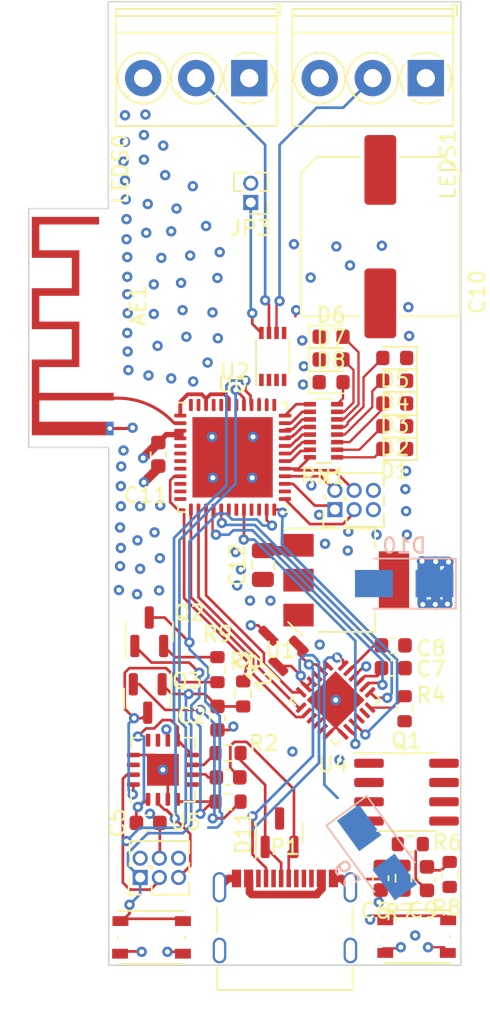
<source format=kicad_pcb>
(kicad_pcb (version 20210126) (generator pcbnew)
  (layers (0 "F.Cu" signal) (1 "In1.Cu" power) (2 "In2.Cu" power) (31 "B.Cu" signal) (34 "B.Paste" user) (35 "F.Paste" user) (36 "B.SilkS" user "B.Silkscreen") (37 "F.SilkS" user "F.Silkscreen") (38 "B.Mask" user) (39 "F.Mask" user) (44 "Edge.Cuts" user))
  (net 0 "")
  (net 1 "VBUS")
  (net 2 "Net-(D11-Pad1)")
  (net 3 "Net-(Q2-Pad1)")
  (net 6 "Net-(U0-Pad1)")
  (net 9 "Net-(Q3-Pad3)")
  (net 10 "ESP_IO0")
  (net 11 "Net-(Q2-Pad2)")
  (net 12 "/LED_STRIP2")
  (net 13 "/LED_STRIP1")
  (net 15 "Net-(AE1-Pad1)")
  (net 17 "Net-(J2-Pad3)")
  (net 19 "Net-(J2-Pad1)")
  (net 20 "Net-(LEDS0-Pad2)")
  (net 21 "ESP_EN")
  (net 33 "Net-(Q3-Pad2)")
  (net 34 "Net-(LEDS1-Pad2)")
  (net 35 "+3V3")
  (net 36 "Net-(D11-Pad2)")
  (net 37 "GND")
  (net 38 "Net-(D12-Pad1)")
  (net 39 "Net-(R1-Pad2)")
  (net 40 "PWR_PD0K2")
  (net 41 "ALERT")
  (net 42 "EPS_IO0")
  (net 44 "Net-(D12-Pad2)")
  (net 45 "STUSB_GPIO")
  (net 46 "PWR_PDOK3")
  (net 48 "Net-(R5-Pad2)")
  (net 49 "SDA")
  (net 50 "SCL")
  (net 51 "STUSB_RESET")
  (net 52 "Net-(R8-Pad2)")
  (net 54 "Net-(R7-Pad1)")
  (net 55 "Net-(R4-Pad1)")
  (net 56 "TXD")
  (net 60 "Net-(C5-Pad1)")
  (net 61 "Net-(R2-Pad1)")
  (net 62 "Net-(R3-Pad1)")
  (net 64 "Net-(C7-Pad2)")
  (net 65 "RXD")
  (net 66 "Net-(C8-Pad2)")
  (net 68 "Net-(J2-Pad2)")
  (net 71 "Net-(C9-Pad2)")
  (net 72 "Net-(D1-Pad2)")
  (net 73 "Net-(D2-Pad2)")
  (net 74 "Net-(D3-Pad2)")
  (net 75 "Net-(D4-Pad2)")
  (net 76 "Net-(D5-Pad2)")
  (net 77 "Net-(D6-Pad2)")
  (net 78 "Net-(D7-Pad2)")
  (net 79 "VDC")
  (net 80 "Net-(D8-Pad2)")
  (net 81 "Net-(JP3-Pad1)")
  (net 82 "/stat_led6")
  (net 83 "/stat_led4")
  (net 84 "/stat_led5")
  (net 85 "/stat_led3")
  (net 86 "/stat_led2")
  (net 87 "/stat_led1")
  (net 88 "/stat_led7")
  (net 89 "/stat_led0")
  (footprint "Connector_PinHeader_1.27mm:PinHeader_2x03_P1.27mm_Vertical" (layer "F.Cu") (at 114.999999 120.399988 90)
    (fp_text reference "J1" hide)
    (fp_text value "Conn_02x03_Odd_Even" hide)
  )
  (footprint "Connector_PinHeader_1.27mm:PinHeader_2x03_P1.27mm_Vertical" (layer "F.Cu") (at 127.850011 96.149998 90)
    (fp_text reference "J2" hide)
    (fp_text value "Conn_02x03_Odd_Even" hide)
  )
  (footprint "LED_SMD:LED_0603_1608Metric" (layer "F.Cu") (at 131.8 89.15 180)
    (fp_text reference "D3")
    (fp_text value "LED")
  )
  (footprint "LED_SMD:LED_0603_1608Metric" (layer "F.Cu") (at 131.8 87.65 180)
    (fp_text reference "D4")
    (fp_text value "LED")
  )
  (footprint "LED_SMD:LED_0603_1608Metric" (layer "F.Cu") (at 131.8 86.15 180)
    (fp_text reference "D5")
    (fp_text value "LED")
  )
  (footprint "TerminalBlock_Phoenix:TerminalBlock_Phoenix_PT-1,5-3-3.5-H_1x03_P3.50mm_Horizontal" (layer "F.Cu") (at 133.85 67.7 180)
    (fp_text reference "LEDS1")
    (fp_text value "Screw_Terminal_01x03" hide)
  )
  (footprint "LED_SMD:LED_0603_1608Metric" (layer "F.Cu") (at 127.6 86.25)
    (fp_text reference "D7")
    (fp_text value "LED")
  )
  (footprint "Resistor_SMD:R_0603_1608Metric" (layer "F.Cu") (at 132.375 120.45 90)
    (fp_text reference "R7")
    (fp_text value "22k" hide)
  )
  (footprint "Capacitor_SMD:C_0603_1608Metric" (layer "F.Cu") (at 120.800012 113.800001)
    (fp_text reference "R3" hide)
    (fp_text value "27" hide)
  )
  (footprint "Connector_USB:USB_C_Receptacle_Palconn_UTC16-G" (layer "F.Cu") (at 124.555 122.975)
    (fp_text reference "P1")
    (fp_text value "USB_C_Plug")
  )
  (footprint "Resistor_SMD:R_0603_1608Metric" (layer "F.Cu") (at 120.1 106.7 -90)
    (fp_text reference "R9")
    (fp_text value "27" hide)
  )
  (footprint "TerminalBlock_Phoenix:TerminalBlock_Phoenix_PT-1,5-3-3.5-H_1x03_P3.50mm_Horizontal" (layer "F.Cu") (at 122.2 67.7 180)
    (fp_text reference "LEDS0")
    (fp_text value "Screw_Terminal_01x0" hide)
  )
  (footprint "Button_Switch_SMD:SW_Push_1P1T_NO_Vertical_Wuerth_434133025816" (layer "F.Cu") (at 133.25 124.3)
    (fp_text reference "SW2" hide)
    (fp_text value "io0")
  )
  (footprint "Package_TO_SOT_SMD:SOT-23" (layer "F.Cu") (at 124.125004 105.125002 135)
    (fp_text reference "D12")
    (fp_text value "ESD5302F")
  )
  (footprint "Resistor_SMD:R_0603_1608Metric" (layer "F.Cu") (at 120.8 112.2)
    (fp_text reference "R2")
    (fp_text value "27" hide)
  )
  (footprint "RF_Antenna:Texas_SWRA117D_2.4GHz_Right" (layer "F.Cu") (at 113 88.7 90)
    (fp_text reference "AE1")
    (fp_text value "Antenna_Chip")
  )
  (footprint "Connector_PinHeader_1.27mm:PinHeader_1x02_P1.27mm_Vertical" (layer "F.Cu") (at 122.3 75.9 180)
    (fp_text reference "JP3")
    (fp_text value "SolderJumper_2_Open")
  )
  (footprint "Capacitor_SMD:C_0603_1608Metric" (layer "F.Cu") (at 130.875 120.45 -90)
    (fp_text reference "C6")
    (fp_text value "1uf" hide)
  )
  (footprint "Button_Switch_SMD:SW_Push_1P1T_NO_Vertical_Wuerth_434133025816" (layer "F.Cu") (at 115.75 124.35 180)
    (fp_text reference "SW1" hide)
    (fp_text value "en")
  )
  (footprint "Capacitor_SMD:C_0603_1608Metric" (layer "F.Cu") (at 131.7 105.1 180)
    (fp_text reference "C8")
    (fp_text value "1uf" hide)
  )
  (footprint "Package_TO_SOT_SMD:SOT-223" (layer "F.Cu") (at 128.6 100.8)
    (fp_text reference "U1")
    (fp_text value "LM1117-3.3")
  )
  (footprint "LED_SMD:LED_0603_1608Metric" (layer "F.Cu") (at 131.8 92.15 180)
    (fp_text reference "D1")
    (fp_text value "LED")
  )
  (footprint "Resistor_SMD:R_0603_1608Metric" (layer "F.Cu") (at 135.425 120.2 -90)
    (fp_text reference "R8")
    (fp_text value "1k" hide)
  )
  (footprint "Resistor_SMD:R_0603_1608Metric" (layer "F.Cu") (at 121.8 108.3 90)
    (fp_text reference "R1")
    (fp_text value "R")
  )
  (footprint "LED_SMD:LED_0603_1608Metric" (layer "F.Cu") (at 127.6 87.75)
    (fp_text reference "D8")
    (fp_text value "LED")
  )
  (footprint "Capacitor_SMD:C_0603_1608Metric" (layer "F.Cu") (at 120.1 109.9 90)
    (fp_text reference "C2")
    (fp_text value "C")
  )
  (footprint "Package_TO_SOT_SMD:SOT-23" (layer "F.Cu") (at 115.6 104.2 90)
    (fp_text reference "Q2")
    (fp_text value "S8050" hide)
  )
  (footprint "precise:VSSOP-8_2.25x1.75mm_P0.5mm" (layer "F.Cu") (at 123.75 86.05 90)
    (fp_text reference "U2")
    (fp_text value "74AXP2T3407")
  )
  (footprint "Capacitor_SMD:C_0603_1608Metric" (layer "F.Cu") (at 116.2 92.5 -90)
    (fp_text reference "C11")
    (fp_text value ".1uf" hide)
  )
  (footprint "Package_SO:SOIC-8_3.9x4.9mm_P1.27mm" (layer "F.Cu") (at 132.575 114.775)
    (fp_text reference "Q1")
    (fp_text value "IRF8736")
  )
  (footprint "Package_TO_SOT_SMD:SOT-23" (layer "F.Cu") (at 124.2 117.45 90)
    (fp_text reference "D11")
    (fp_text value "ESD5302F")
  )
  (footprint "LED_SMD:LED_0603_1608Metric" (layer "F.Cu") (at 131.8 90.65 180)
    (fp_text reference "D2")
    (fp_text value "LED")
  )
  (footprint "Capacitor_SMD:C_Elec_10x10.2" (layer "F.Cu") (at 130.85 78.15 -90)
    (fp_text reference "C10")
    (fp_text value "C" hide)
  )
  (footprint "Package_DFN_QFN:QFN-48-1EP_7x7mm_P0.5mm_EP5.3x5.3mm" (layer "F.Cu") (at 121.100012 92.699992)
    (fp_text reference "U0")
    (fp_text value "ESP32-PICO-D4" hide)
  )
  (footprint "Package_DFN_QFN:QFN-16-1EP_4x4mm_P0.65mm_EP2.1x2.1mm" (layer "F.Cu") (at 116.5 113.3 90)
    (fp_text reference "U5")
    (fp_text value "FT230XQ" hide)
  )
  (footprint "Resistor_SMD:R_0603_1608Metric" (layer "F.Cu") (at 132.825 118.2 180)
    (fp_text reference "R6")
    (fp_text value "100" hide)
  )
  (footprint "Capacitor_SMD:C_0603_1608Metric" (layer "F.Cu") (at 131.7 106.6 180)
    (fp_text reference "C7")
    (fp_text value "1uf" hide)
  )
  (footprint "Capacitor_SMD:C_0603_1608Metric" (layer "F.Cu") (at 133.925 120.475 -90)
    (fp_text reference "C9")
    (fp_text value ".1uf" hide)
  )
  (footprint "Package_DFN_QFN:QFN-24-1EP_4x4mm_P0.5mm_EP2.7x2.7mm" (layer "F.Cu") (at 127.9 108.7 -45)
    (fp_text reference "U4")
    (fp_text value "STUSB4500QTR" hide)
  )
  (footprint "Capacitor_SMD:C_0603_1608Metric" (layer "F.Cu") (at 115.525 116.8)
    (fp_text reference "C5")
    (fp_text value "100nf" hide)
  )
  (footprint "Resistor_SMD:R_0603_1608Metric" (layer "F.Cu") (at 132.45 109.275 -90)
    (fp_text reference "R4")
    (fp_text value "1k" hide)
  )
  (footprint "Capacitor_SMD:C_0805_2012Metric" (layer "F.Cu") (at 123.1 99.8 90)
    (fp_text reference "C12")
    (fp_text value "10uf" hide)
  )
  (footprint "Resistor_SMD:R_Array_Convex_8x0602" (layer "F.Cu") (at 127.1 90.95 180)
    (fp_text reference "RN1")
    (fp_text value "R_Pack08")
  )
  (footprint "LED_SMD:LED_0603_1608Metric" (layer "F.Cu") (at 127.6 84.75)
    (fp_text reference "D6")
    (fp_text value "LED")
  )
  (footprint "Resistor_SMD:R_0603_1608Metric" (layer "F.Cu") (at 120.800012 115.399998 180)
    (fp_text reference "R10" hide)
    (fp_text value "27" hide)
  )
  (footprint "Package_TO_SOT_SMD:SOT-23" (layer "F.Cu") (at 115.5 108.6 -90)
    (fp_text reference "Q3")
    (fp_text value "S8050" hide)
  )
  (footprint "Diode_SMD:D_SMA" (layer "B.Cu") (at 132.425 101.025 180)
    (fp_text reference "D10")
    (fp_text value "SMAJ22A ")
  )
  (footprint "Diode_SMD:D_SMA" (layer "B.Cu") (at 130.625 118.75 -54)
    (fp_text reference "D9")
    (fp_text value "SMAJ22A ")
  )
  (gr_line (start 112.900003 76.3) (end 107.650001 76.3) (layer "Edge.Cuts") (width 0.09906))
  (gr_line (start 112.93 92.050006) (end 112.93 126.184) (layer "Edge.Cuts") (width 0.09906))
  (gr_line (start 136.162 126.184) (end 112.93 126.184) (layer "Edge.Cuts") (width 0.1))
  (gr_line (start 107.600013 92.050006) (end 112.900003 92.050006) (layer "Edge.Cuts") (width 0.09906))
  (gr_line (start 112.900003 62.659997) (end 112.900003 76.3) (layer "Edge.Cuts") (width 0.09906))
  (gr_line (start 136.162 62.66) (end 136.162 126.184) (layer "Edge.Cuts") (width 0.1))
  (gr_line (start 112.93 62.66) (end 136.162 62.66) (layer "Edge.Cuts") (width 0.1))
  (gr_line (start 107.650001 76.3) (end 107.650001 92.050006) (layer "Edge.Cuts") (width 0.09906))
  (segment (start 134.875 119.925) (end 135.425 119.375) (width 0.1778) (layer "F.Cu") (net 1))
  (segment (start 133.725 119.925) (end 134.875 119.925) (width 0.1778) (layer "F.Cu") (net 1))
  (via (at 133.6 99.55) (size 0.6858) (drill 0.3302) (layers "F.Cu" "B.Cu") (net 1))
  (via (at 135.275 102.375) (size 0.6858) (drill 0.3302) (layers "F.Cu" "B.Cu") (net 1))
  (via (at 134.5 99.575) (size 0.6858) (drill 0.3302) (layers "F.Cu" "B.Cu") (net 1))
  (via (at 133.65 102.4) (size 0.6858) (drill 0.3302) (layers "F.Cu" "B.Cu") (net 1))
  (via (at 135.35 99.6) (size 0.6858) (drill 0.3302) (layers "F.Cu" "B.Cu") (net 1))
  (via (at 134.475 102.4) (size 0.6858) (drill 0.3302) (layers "F.Cu" "B.Cu") (net 1))
  (segment (start 135.3 99.55) (end 135.35 99.6) (width 0.6096) (layer "B.Cu") (net 1))
  (segment (start 134.5 102.375) (end 134.475 102.4) (width 0.6096) (layer "B.Cu") (net 1))
  (segment (start 135.275 102.375) (end 133.675 102.375) (width 0.6096) (layer "B.Cu") (net 1))
  (segment (start 135.35 100.1) (end 134.425 101.025) (width 0.6096) (layer "B.Cu") (net 1))
  (segment (start 135.275 101.225) (end 133.6 99.55) (width 0.6096) (layer "B.Cu") (net 1))
  (segment (start 133.6 99.55) (end 135.3 99.55) (width 0.6096) (layer "B.Cu") (net 1))
  (segment (start 134.425 101.025) (end 134.425 100.375) (width 0.1778) (layer "B.Cu") (net 1))
  (segment (start 135.35 99.6) (end 135.35 100.1) (width 0.6096) (layer "B.Cu") (net 1))
  (segment (start 135.275 102.375) (end 135.275 101.225) (width 0.6096) (layer "B.Cu") (net 1))
  (segment (start 133.675 102.375) (end 133.65 102.4) (width 0.6096) (layer "B.Cu") (net 1))
  (segment (start 135.325 99.575) (end 135.35 99.6) (width 0.6096) (layer "B.Cu") (net 1))
  (segment (start 134.5 99.575) (end 135.325 99.575) (width 0.6096) (layer "B.Cu") (net 1))
  (segment (start 134.5 99.575) (end 134.5 102.375) (width 0.6096) (layer "B.Cu") (net 1))
  (segment (start 133.6 102.35) (end 133.65 102.4) (width 0.6096) (layer "B.Cu") (net 1))
  (segment (start 133.6 99.55) (end 133.6 102.35) (width 0.6096) (layer "B.Cu") (net 1))
  (segment (start 121.625 112.2) (end 121.625 112.675) (width 0.1778) (layer "F.Cu") (net 2))
  (segment (start 121.625 112.675) (end 123.25 114.3) (width 0.1778) (layer "F.Cu") (net 2))
  (segment (start 123.25 114.3) (end 123.25 118.3875) (width 0.1778) (layer "F.Cu") (net 2))
  (segment (start 124.305 119.4425) (end 124.305 120.465) (width 0.1778) (layer "F.Cu") (net 2))
  (segment (start 123.25 118.3875) (end 124.305 119.4425) (width 0.1778) (layer "F.Cu") (net 2))
  (segment (start 117.475 115.25) (end 117.625 115.4) (width 0.1778) (layer "F.Cu") (net 3))
  (segment (start 115.743111 106.230611) (end 118.230611 106.230611) (width 0.1778) (layer "F.Cu") (net 3))
  (segment (start 114.65 105.1375) (end 115.743111 106.230611) (width 0.1778) (layer "F.Cu") (net 3))
  (segment (start 117.625 115.4) (end 119.975 115.4) (width 0.1778) (layer "F.Cu") (net 3))
  (segment (start 118.230611 106.230611) (end 118.9 106.9) (width 0.1778) (layer "F.Cu") (net 3))
  (segment (start 119.774822 115.4) (end 118.974822 116.2) (width 0.1778) (layer "F.Cu") (net 3))
  (via (at 118.974822 116.2) (size 0.6858) (drill 0.3302) (layers "F.Cu" "B.Cu") (net 3))
  (via (at 118.9 106.9) (size 0.6858) (drill 0.3302) (layers "F.Cu" "B.Cu") (net 3))
  (segment (start 118.9 108.53567) (end 118.37828 109.05739) (width 0.1778) (layer "B.Cu") (net 3))
  (segment (start 118.37828 109.05739) (end 118.37828 109.87498) (width 0.1778) (layer "B.Cu") (net 3))
  (segment (start 118.9 106.9) (end 118.9 108.53567) (width 0.1778) (layer "B.Cu") (net 3))
  (segment (start 118.37828 109.87498) (end 118.974822 110.471522) (width 0.1778) (layer "B.Cu") (net 3))
  (segment (start 118.974822 110.471522) (end 118.974822 116.2) (width 0.1778) (layer "B.Cu") (net 3))
  (segment (start 117.65 89.95) (end 117.65 89.030532) (width 0.254) (layer "F.Cu") (net 6))
  (segment (start 117.65 89.030532) (end 118.135352 88.54518) (width 0.254) (layer "F.Cu") (net 6))
  (segment (start 120.85 88.830532) (end 120.85 89.25) (width 0.254) (layer "F.Cu") (net 6))
  (segment (start 118.135352 88.54518) (end 119.064648 88.54518) (width 0.254) (layer "F.Cu") (net 6))
  (segment (start 120.564648 88.54518) (end 120.85 88.830532) (width 0.254) (layer "F.Cu") (net 6))
  (segment (start 119.635352 88.54518) (end 120.564648 88.54518) (width 0.254) (layer "F.Cu") (net 6))
  (segment (start 119.35 88.830532) (end 119.35 89.25) (width 0.254) (layer "F.Cu") (net 6))
  (segment (start 119.064648 88.54518) (end 119.35 88.830532) (width 0.254) (layer "F.Cu") (net 6))
  (segment (start 119.35 88.830532) (end 119.635352 88.54518) (width 0.254) (layer "F.Cu") (net 6))
  (segment (start 114.6 109.9) (end 115.1375 109.9) (width 0.1778) (layer "F.Cu") (net 9))
  (segment (start 114.285668 106.6) (end 113.98328 106.902388) (width 0.1778) (layer "F.Cu") (net 9))
  (segment (start 113.98328 106.902388) (end 113.98328 109.28328) (width 0.1778) (layer "F.Cu") (net 9))
  (segment (start 114.55 114.887881) (end 114.514393 114.923488) (width 0.1778) (layer "F.Cu") (net 9))
  (segment (start 115.1375 109.9) (end 115.5 109.5375) (width 0.1778) (layer "F.Cu") (net 9))
  (segment (start 113.98328 109.28328) (end 114.6 109.9) (width 0.1778) (layer "F.Cu") (net 9))
  (segment (start 120.1 107.525) (end 117.639332 107.525) (width 0.1778) (layer "F.Cu") (net 9))
  (segment (start 116.714332 106.6) (end 114.285668 106.6) (width 0.1778) (layer "F.Cu") (net 9))
  (segment (start 114.55 114.275) (end 114.55 114.887881) (width 0.1778) (layer "F.Cu") (net 9))
  (segment (start 117.639332 107.525) (end 116.714332 106.6) (width 0.1778) (layer "F.Cu") (net 9))
  (via (at 114.514393 114.923488) (size 0.6858) (drill 0.3302) (layers "F.Cu" "B.Cu") (net 9))
  (via (at 114.6 109.9) (size 0.6858) (drill 0.3302) (layers "F.Cu" "B.Cu") (net 9))
  (segment (start 114.244699 110.255301) (end 114.244699 114.653794) (width 0.1778) (layer "B.Cu") (net 9))
  (segment (start 114.6 109.9) (end 114.244699 110.255301) (width 0.1778) (layer "B.Cu") (net 9))
  (segment (start 114.244699 114.653794) (end 114.514393 114.923488) (width 0.1778) (layer "B.Cu") (net 9))
  (segment (start 123.7 97.2) (end 123.350012 96.850012) (width 0.1778) (layer "F.Cu") (net 10))
  (segment (start 130.175 123.175) (end 130.325 122.925) (width 0.1778) (layer "F.Cu") (net 10))
  (segment (start 118.25 104.9) (end 116.6125 103.2625) (width 0.1778) (layer "F.Cu") (net 10))
  (segment (start 123.350012 96.850012) (end 123.350012 96.149992) (width 0.1778) (layer "F.Cu") (net 10))
  (segment (start 131.025 122.925) (end 135.175 122.925) (width 0.1778) (layer "F.Cu") (net 10))
  (segment (start 130.325 122.925) (end 131.025 122.925) (width 0.1778) (layer "F.Cu") (net 10))
  (segment (start 116.6125 103.2625) (end 115.6 103.2625) (width 0.1778) (layer "F.Cu") (net 10))
  (via (at 123.7 97.2) (size 0.6858) (drill 0.3302) (layers "F.Cu" "B.Cu") (net 10))
  (via (at 118.25 104.9) (size 0.6858) (drill 0.3302) (layers "F.Cu" "B.Cu") (net 10))
  (via (at 130.175 123.175) (size 0.6858) (drill 0.3302) (layers "F.Cu" "B.Cu") (net 10))
  (segment (start 120.083004 117.109611) (end 120.400001 116.792614) (width 0.1778) (layer "B.Cu") (net 10))
  (segment (start 118.25 105.347775) (end 119.509611 106.607386) (width 0.1778) (layer "B.Cu") (net 10))
  (segment (start 120.09631 96.413584) (end 120.513584 96.413584) (width 0.1778) (layer "B.Cu") (net 10))
  (segment (start 119.3 108.8) (end 119.3 107.402225) (width 0.1778) (layer "B.Cu") (net 10))
  (segment (start 120.519362 96.419362) (end 120.683442 96.419362) (width 0.1778) (layer "B.Cu") (net 10))
  (segment (start 119.503285 117.109611) (end 120.083004 117.109611) (width 0.1778) (layer "B.Cu") (net 10))
  (segment (start 123.105831 97.2) (end 123.7 97.2) (width 0.1778) (layer "B.Cu") (net 10))
  (segment (start 119.3 107.402225) (end 119.509611 107.192614) (width 0.1778) (layer "B.Cu") (net 10))
  (segment (start 122.705823 96.799992) (end 123.105831 97.2) (width 0.1778) (layer "B.Cu") (net 10))
  (segment (start 118.25 105.347775) (end 118.25 104.9) (width 0.1778) (layer "B.Cu") (net 10))
  (segment (start 119.509611 107.192614) (end 119.509611 106.607386) (width 0.1778) (layer "B.Cu") (net 10))
  (segment (start 120.400001 116.792614) (end 120.400001 116.207386) (width 0.1778) (layer "B.Cu") (net 10))
  (segment (start 120.25562 116.063005) (end 120.25562 109.75562) (width 0.1778) (layer "B.Cu") (net 10))
  (segment (start 120.513584 96.413584) (end 120.519362 96.419362) (width 0.1778) (layer "B.Cu") (net 10))
  (segment (start 118.25 104.9) (end 118.25 98.259894) (width 0.1778) (layer "B.Cu") (net 10))
  (segment (start 120.25562 109.75562) (end 119.3 108.8) (width 0.1778) (layer "B.Cu") (net 10))
  (segment (start 118.25 98.259894) (end 120.09631 96.413584) (width 0.1778) (layer "B.Cu") (net 10))
  (segment (start 120.400001 116.207386) (end 120.25562 116.063005) (width 0.1778) (layer "B.Cu") (net 10))
  (segment (start 121.064071 96.799991) (end 122.705823 96.799992) (width 0.1778) (layer "B.Cu") (net 10))
  (segment (start 120.683442 96.419362) (end 121.064071 96.799991) (width 0.1778) (layer "B.Cu") (net 10))
  (segment (start 120.1 105.875) (end 117.2875 105.875) (width 0.1778) (layer "F.Cu") (net 11))
  (segment (start 117.2875 105.875) (end 116.55 105.1375) (width 0.1778) (layer "F.Cu") (net 11))
  (segment (start 123.35 88.884412) (end 123.35 89.25) (width 0.1778) (layer "F.Cu") (net 12))
  (segment (start 122.85 88.85) (end 122.85 89.25) (width 0.1778) (layer "F.Cu") (net 13))
  (segment (start 113.1 88.8) (end 113 88.7) (width 0.2032) (layer "F.Cu") (net 15))
  (segment (start 117.250012 90.449992) (end 117.064486 90.264466) (width 0.2032) (layer "F.Cu") (net 15))
  (segment (start 117.650012 90.449992) (end 117.250012 90.449992) (width 0.2032) (layer "F.Cu") (net 15))
  (segment (start 113.528952 88.8) (end 113.1 88.8) (width 0.2032) (layer "F.Cu") (net 15))
  (segment (start 117.300008 90.449992) (end 117.650012 90.449992) (width 0.2032) (layer "F.Cu") (net 15))
  (arc (start 117.064486 90.264466) (mid 115.442369 89.180602) (end 113.528952 88.8) (width 0.2032) (layer "F.Cu") (net 15))
  (segment (start 126.20002 97.1) (end 128.38008 97.1) (width 0.1778) (layer "F.Cu") (net 17))
  (segment (start 128.38008 97.1) (end 129.12 96.36008) (width 0.1778) (layer "F.Cu") (net 17))
  (segment (start 124.550012 95.449992) (end 126.20002 97.1) (width 0.1778) (layer "F.Cu") (net 17))
  (segment (start 126.520961 95.880789) (end 127.580789 95.880789) (width 0.1778) (layer "F.Cu") (net 19))
  (segment (start 124.550012 94.449992) (end 125.090164 94.449992) (width 0.1778) (layer "F.Cu") (net 19))
  (segment (start 125.090164 94.449992) (end 126.520961 95.880789) (width 0.1778) (layer "F.Cu") (net 19))
  (segment (start 123.25 82.35) (end 123.5 82.6) (width 0.1778) (layer "F.Cu") (net 20))
  (segment (start 123.5 82.6) (end 123.5 84.5) (width 0.1778) (layer "F.Cu") (net 20))
  (via (at 123.25 82.35) (size 0.6858) (drill 0.3302) (layers "F.Cu" "B.Cu") (net 20))
  (segment (start 123.25 72.1) (end 118.85 67.7) (width 0.1778) (layer "B.Cu") (net 20))
  (segment (start 123.25 82.35) (end 123.25 72.1) (width 0.1778) (layer "B.Cu") (net 20))
  (segment (start 120.1 109.125) (end 121.8 109.125) (width 0.1778) (layer "F.Cu") (net 21))
  (segment (start 118.2 108.3) (end 117.0875 108.3) (width 0.1778) (layer "F.Cu") (net 21))
  (segment (start 120.1 109.125) (end 119.275 108.3) (width 0.1778) (layer "F.Cu") (net 21))
  (segment (start 114.3 122.2) (end 114.3 122.775) (width 0.1778) (layer "F.Cu") (net 21))
  (segment (start 113.95 123.125) (end 118.075 123.125) (width 0.1778) (layer "F.Cu") (net 21))
  (segment (start 119.275 108.3) (end 118.2 108.3) (width 0.1778) (layer "F.Cu") (net 21))
  (segment (start 114.3 122.775) (end 113.95 123.125) (width 0.1778) (layer "F.Cu") (net 21))
  (segment (start 117.0875 108.3) (end 116.45 107.6625) (width 0.1778) (layer "F.Cu") (net 21))
  (via (at 114.3 122.2) (size 0.6858) (drill 0.3302) (layers "F.Cu" "B.Cu") (net 21))
  (via (at 118.2 108.3) (size 0.6858) (drill 0.3302) (layers "F.Cu" "B.Cu") (net 21))
  (segment (start 114.2 119.599989) (end 114.999999 120.399988) (width 0.1778) (layer "B.Cu") (net 21))
  (segment (start 118.365211 110.364821) (end 118.365211 116.939909) (width 0.1778) (layer "B.Cu") (net 21))
  (segment (start 115.515241 117.480013) (end 114.2 118.795254) (width 0.1778) (layer "B.Cu") (net 21))
  (segment (start 114.999999 121.500001) (end 114.999999 120.399988) (width 0.1778) (layer "B.Cu") (net 21))
  (segment (start 118.2 108.3) (end 118.022669 108.477331) (width 0.1778) (layer "B.Cu") (net 21))
  (segment (start 118.022669 110.022279) (end 118.365211 110.364821) (width 0.1778) (layer "B.Cu") (net 21))
  (segment (start 114.2 118.795254) (end 114.2 119.599989) (width 0.1778) (layer "B.Cu") (net 21))
  (segment (start 118.365211 116.939909) (end 117.825106 117.480013) (width 0.1778) (layer "B.Cu") (net 21))
  (segment (start 118.022669 108.477331) (end 118.022669 110.022279) (width 0.1778) (layer "B.Cu") (net 21))
  (segment (start 117.825106 117.480013) (end 115.515241 117.480013) (width 0.1778) (layer "B.Cu") (net 21))
  (segment (start 114.3 122.2) (end 114.999999 121.500001) (width 0.1778) (layer "B.Cu") (net 21))
  (segment (start 116.639332 109.35) (end 118.98788 109.35) (width 0.1778) (layer "F.Cu") (net 33))
  (segment (start 114.951832 107.6625) (end 116.639332 109.35) (width 0.1778) (layer "F.Cu") (net 33))
  (segment (start 114.55 107.6625) (end 114.951832 107.6625) (width 0.1778) (layer "F.Cu") (net 33))
  (segment (start 121.625 115.4) (end 120.525 116.5) (width 0.1778) (layer "F.Cu") (net 33))
  (segment (start 120.525 116.5) (end 119.79039 116.5) (width 0.1778) (layer "F.Cu") (net 33))
  (via (at 118.98788 109.35) (size 0.6858) (drill 0.3302) (layers "F.Cu" "B.Cu") (net 33))
  (via (at 119.79039 116.5) (size 0.6858) (drill 0.3302) (layers "F.Cu" "B.Cu") (net 33))
  (segment (start 119.9 116.39039) (end 119.9 110.26212) (width 0.1778) (layer "B.Cu") (net 33))
  (segment (start 119.79039 116.5) (end 119.9 116.39039) (width 0.1778) (layer "B.Cu") (net 33))
  (segment (start 119.9 110.26212) (end 118.98788 109.35) (width 0.1778) (layer "B.Cu") (net 33))
  (segment (start 124.2 82.45) (end 124.25 82.5) (width 0.1778) (layer "F.Cu") (net 34))
  (segment (start 124 84.5) (end 124 82.6) (width 0.1524) (layer "F.Cu") (net 34))
  (segment (start 124.2 82.4) (end 124.2 82.45) (width 0.1778) (layer "F.Cu") (net 34))
  (segment (start 124 82.6) (end 124.2 82.4) (width 0.1524) (layer "F.Cu") (net 34))
  (via (at 124.2 82.4) (size 0.6858) (drill 0.3302) (layers "F.Cu" "B.Cu") (net 34))
  (segment (start 124.2 82.4) (end 124.2 72.1) (width 0.1778) (layer "B.Cu") (net 34))
  (segment (start 128.4 69.65) (end 130.35 67.7) (width 0.1778) (layer "B.Cu") (net 34))
  (segment (start 124.2 72.1) (end 126.65 69.65) (width 0.1778) (layer "B.Cu") (net 34))
  (segment (start 126.65 69.65) (end 128.4 69.65) (width 0.1778) (layer "B.Cu") (net 34))
  (segment (start 115.2 92.75) (end 116.2 91.75) (width 0.6096) (layer "F.Cu") (net 35))
  (segment (start 117.75 91) (end 117.75 91.350004) (width 0.254) (layer "F.Cu") (net 35))
  (segment (start 116.825 110.736907) (end 116.728152 110.640059) (width 0.1778) (layer "F.Cu") (net 35))
  (segment (start 116.2 91.725) (end 116.725 91.2) (width 0.3556) (layer "F.Cu") (net 35))
  (segment (start 117.1 91.2) (end 117.7 91.2) (width 0.3556) (layer "F.Cu") (net 35))
  (segment (start 117.75 91.350004) (end 117.650012 91.449992) (width 0.254) (layer "F.Cu") (net 35))
  (segment (start 116.725 91.2) (end 117.1 91.2) (width 0.3556) (layer "F.Cu") (net 35))
  (segment (start 117.65 91.3) (end 117.65 91.45) (width 0.254) (layer "F.Cu") (net 35))
  (segment (start 116.825 111.35) (end 116.825 110.736907) (width 0.1778) (layer "F.Cu") (net 35))
  (segment (start 129.761028 106.485418) (end 129.916042 106.485418) (width 0.1778) (layer "F.Cu") (net 35))
  (segment (start 129.11092 107.135526) (end 129.761028 106.485418) (width 0.1778) (layer "F.Cu") (net 35))
  (via (at 116.728152 110.640059) (size 0.6858) (drill 0.3302) (layers "F.Cu" "B.Cu") (net 35))
  (via (at 121.65 100.1) (size 0.6858) (drill 0.3302) (layers "F.Cu" "B.Cu") (net 35))
  (via (at 121.4 101.15) (size 0.6858) (drill 0.3302) (layers "F.Cu" "B.Cu") (net 35))
  (via (at 115.2 92.75) (size 0.6858) (drill 0.3302) (layers "F.Cu" "B.Cu") (net 35))
  (via (at 122.25 102.15) (size 0.6858) (drill 0.3302) (layers "F.Cu" "B.Cu") (net 35))
  (via (at 129.916042 106.485418) (size 0.6858) (drill 0.3302) (layers "F.Cu" "B.Cu") (net 35))
  (via (at 123.6 102.15) (size 0.6858) (drill 0.3302) (layers "F.Cu" "B.Cu") (net 35))
  (segment (start 125.15 118.3875) (end 125.15 114.589958) (width 0.1778) (layer "F.Cu") (net 36))
  (segment (start 122.018322 111.45828) (end 121.231678 111.45828) (width 0.1778) (layer "F.Cu") (net 36))
  (segment (start 125.15 118.3875) (end 124.805 118.7325) (width 0.1778) (layer "F.Cu") (net 36))
  (segment (start 120.95 111.739958) (end 120.95 113.174989) (width 0.1778) (layer "F.Cu") (net 36))
  (segment (start 124.805 118.7325) (end 124.805 120.465) (width 0.1778) (layer "F.Cu") (net 36))
  (segment (start 125.15 114.589958) (end 122.018322 111.45828) (width 0.1778) (layer "F.Cu") (net 36))
  (segment (start 121.231678 111.45828) (end 120.95 111.739958) (width 0.1778) (layer "F.Cu") (net 36))
  (segment (start 120.95 113.174989) (end 121.575012 113.800001) (width 0.1778) (layer "F.Cu") (net 36))
  (segment (start 114.45 90.8) (end 114.5 90.75) (width 0.2032) (layer "F.Cu") (net 37))
  (segment (start 116.825 115.25) (end 116.825 113.48461) (width 0.1778) (layer "F.Cu") (net 37))
  (segment (start 115.075 125.275) (end 115.1 125.3) (width 0.1778) (layer "F.Cu") (net 37))
  (segment (start 122.775002 103.775) (end 123.462091 104.462089) (width 0.1778) (layer "F.Cu") (net 37))
  (segment (start 132.125 125.075) (end 132.2 125) (width 0.1524) (layer "F.Cu") (net 37))
  (segment (start 121.355 120.465) (end 120.815 120.465) (width 0.508) (layer "F.Cu") (net 37))
  (segment (start 123.1 98.85) (end 125.1 98.85) (width 0.6096) (layer "F.Cu") (net 37))
  (segment (start 113.45 90.8) (end 113.6 90.8) (width 0.2032) (layer "F.Cu") (net 37))
  (segment (start 120.1 110.675) (end 120.925 110.675) (width 0.1778) (layer "F.Cu") (net 37))
  (segment (start 128.295 120.465) (end 128.875 121.045) (width 0.508) (layer "F.Cu") (net 37))
  (segment (start 127.755 120.465) (end 128.295 120.465) (width 0.508) (layer "F.Cu") (net 37))
  (segment (start 121.4 120.25) (end 121.300005 120.150005) (width 0.1778) (layer "F.Cu") (net 37))
  (segment (start 116.2 93.4) (end 115.25 94.35) (width 0.6096) (layer "F.Cu") (net 37))
  (segment (start 128.403814 110.971581) (end 127.9 110.467767) (width 0.1778) (layer "F.Cu") (net 37))
  (segment (start 116.3 116.8) (end 116.3 119.099987) (width 0.1778) (layer "F.Cu") (net 37))
  (segment (start 121.25 120.1) (end 121.4 120.25) (width 0.3556) (layer "F.Cu") (net 37))
  (segment (start 130.875 121.9) (end 130.75 122.025) (width 0.1778) (layer "F.Cu") (net 37))
  (segment (start 122.3 103.775) (end 122.775002 103.775) (width 0.1778) (layer "F.Cu") (net 37))
  (segment (start 126.68908 110.264474) (end 127.9 109.053554) (width 0.1778) (layer "F.Cu") (net 37))
  (segment (start 113.6 90.8) (end 114.45 90.8) (width 0.2032) (layer "F.Cu") (net 37))
  (segment (start 131.025 125.075) (end 132.125 125.075) (width 0.1524) (layer "F.Cu") (net 37))
  (segment (start 114.55 112.325) (end 116.03461 112.325) (width 0.1778) (layer "F.Cu") (net 37))
  (segment (start 116.25 116.8) (end 115.65 116.2) (width 0.1778) (layer "F.Cu") (net 37))
  (segment (start 116.8 125.3) (end 118.05 125.3) (width 0.1778) (layer "F.Cu") (net 37))
  (segment (start 134 125) (end 135.075 125) (width 0.1524) (layer "F.Cu") (net 37))
  (segment (start 125.3 83) (end 125.24039 83.4) (width 0.1778) (layer "F.Cu") (net 37))
  (segment (start 130.875 121.225) (end 130.875 121.9) (width 0.1778) (layer "F.Cu") (net 37))
  (segment (start 120.925 110.675) (end 121.15 110.45) (width 0.1778) (layer "F.Cu") (net 37))
  (segment (start 113.925 125.275) (end 115.075 125.275) (width 0.1778) (layer "F.Cu") (net 37))
  (segment (start 120.815 120.465) (end 120.235 121.045) (width 0.508) (layer "F.Cu") (net 37))
  (segment (start 127.396186 110.971581) (end 127.9 110.467767) (width 0.1778) (layer "F.Cu") (net 37))
  (segment (start 116.03461 112.325) (end 117.00961 113.3) (width 0.1778) (layer "F.Cu") (net 37))
  (segment (start 113.6 90.8) (end 113 90.8) (width 0.2032) (layer "F.Cu") (net 37))
  (via (at 127.95 78.8) (size 0.6858) (drill 0.3302) (layers "F.Cu" "B.Cu") (net 37))
  (via (at 119.8 94.05) (size 0.6858) (drill 0.3302) (layers "F.Cu" "B.Cu") (net 37))
  (via (at 118.5 87.7) (size 0.6858) (drill 0.3302) (layers "F.Cu" "B.Cu") (net 37))
  (via (at 115.9 83.25) (size 0.6858) (drill 0.3302) (layers "F.Cu" "B.Cu") (net 37))
  (via (at 114.225 86.95) (size 0.6858) (drill 0.3302) (layers "F.Cu" "B.Cu") (net 37))
  (via (at 116.4 79.55) (size 0.6858) (drill 0.3302) (layers "F.Cu" "B.Cu") (net 37))
  (via (at 113.9 92.25) (size 0.6858) (drill 0.3302) (layers "F.Cu" "B.Cu") (net 37))
  (via (at 132.55 96.25) (size 0.6858) (drill 0.3302) (layers "F.Cu" "B.Cu") (net 37))
  (via (at 128.734029 97.596331) (size 0.6858) (drill 0.3302) (layers "F.Cu" "B.Cu") (net 37))
  (via (at 125.15 78.65) (size 0.6858) (drill 0.3302) (layers "F.Cu" "B.Cu") (net 37))
  (via (at 125.3 83) (size 0.6858) (drill 0.3302) (layers "F.Cu" "B.Cu") (net 37))
  (via (at 117.8 83) (size 0.6858) (drill 0.3302) (layers "F.Cu" "B.Cu") (net 37))
  (via (at 122.4 94.05) (size 0.6858) (drill 0.3302) (layers "F.Cu" "B.Cu") (net 37))
  (via (at 115.35 70.1) (size 0.6858) (drill 0.3302) (layers "F.Cu" "B.Cu") (net 37))
  (via (at 120.25 79.175) (size 0.6858) (drill 0.3302) (layers "F.Cu" "B.Cu") (net 37))
  (via (at 115.25 73.075) (size 0.6858) (drill 0.3302) (layers "F.Cu" "B.Cu") (net 37))
  (via (at 125.7 85) (size 0.6858) (drill 0.3302) (layers "F.Cu" "B.Cu") (net 37))
  (via (at 118.05 84.75) (size 0.6858) (drill 0.3302) (layers "F.Cu" "B.Cu") (net 37))
  (via (at 132.2 125) (size 0.6858) (drill 0.3302) (layers "F.Cu" "B.Cu") (net 37))
  (via (at 132.7 82.8) (size 0.6858) (drill 0.3302) (layers "F.Cu" "B.Cu") (net 37))
  (via (at 130.95 78.75) (size 0.6858) (drill 0.3302) (layers "F.Cu" "B.Cu") (net 37))
  (via (at 116.525 72.15) (size 0.6858) (drill 0.3302) (layers "F.Cu" "B.Cu") (net 37))
  (via (at 114.15 79.5) (size 0.6858) (drill 0.3302) (layers "F.Cu" "B.Cu") (net 37))
  (via (at 113.725 94.6) (size 0.6858) (drill 0.3302) (layers "F.Cu" "B.Cu") (net 37))
  (via (at 127.9 108.7) (size 0.6858) (drill 0.3302) (layers "F.Cu" "B.Cu") (net 37))
  (via (at 132.55 93.6) (size 0.6858) (drill 0.3302) (layers "F.Cu" "B.Cu") (net 37))
  (via (at 130.6 97.8) (size 0.6858) (drill 0.3302) (layers "F.Cu" "B.Cu") (net 37))
  (via (at 119.45 86.45) (size 0.6858) (drill 0.3302) (layers "F.Cu" "B.Cu") (net 37))
  (via (at 126.85 105.05) (size 0.6858) (drill 0.3302) (layers "F.Cu" "B.Cu") (net 37))
  (via (at 132.6 97.8) (size 0.6858) (drill 0.3302) (layers "F.Cu" "B.Cu") (net 37))
  (via (at 128.15 112.65) (size 0.6858) (drill 0.3302) (layers "F.Cu" "B.Cu") (net 37))
  (via (at 125.8 86.7) (size 0.6858) (drill 0.3302) (layers "F.Cu" "B.Cu") (net 37))
  (via (at 127.2 98.4) (size 0.6858) (drill 0.3302) (layers "F.Cu" "B.Cu") (net 37))
  (via (at 132.75 84.7) (size 0.6858) (drill 0.3302) (layers "F.Cu" "B.Cu") (net 37))
  (via (at 130.75 122.025) (size 0.6858) (drill 0.3302) (layers "F.Cu" "B.Cu") (net 37))
  (via (at 115.25 71.45) (size 0.6858) (drill 0.3302) (layers "F.Cu" "B.Cu") (net 37))
  (via (at 114.1 77) (size 0.6858) (drill 0.3302) (layers "F.Cu" "B.Cu") (net 37))
  (via (at 120.125 84.85) (size 0.6858) (drill 0.3302) (layers "F.Cu" "B.Cu") (net 37))
  (via (at 115 95.925) (size 0.6858) (drill 0.3302) (layers "F.Cu" "B.Cu") (net 37))
  (via (at 133.15 124.225) (size 0.6858) (drill 0.3302) (layers "F.Cu" "B.Cu") (net 37))
  (via (at 116.8 125.3) (size 0.6858) (drill 0.3302) (layers "F.Cu" "B.Cu") (net 37))
  (via (at 115.65 116.2) (size 0.6858) (drill 0.3302) (layers "F.Cu" "B.Cu") (net 37))
  (via (at 113.675 99.875) (size 0.6858) (drill 0.3302) (layers "F.Cu" "B.Cu") (net 37))
  (via (at 116.65 74.1) (size 0.6858) (drill 0.3302) (layers "F.Cu" "B.Cu") (net 37))
  (via (at 119.35 77.45) (size 0.6858) (drill 0.3302) (layers "F.Cu" "B.Cu") (net 37))
  (via (at 113.6 101.45) (size 0.6858) (drill 0.3302) (layers "F.Cu" "B.Cu") (net 37))
  (via (at 115 100.05) (size 0.6858) (drill 0.3302) (layers "F.Cu" "B.Cu") (net 37))
  (via (at 114.1 78.325) (size 0.6858) (drill 0.3302) (layers "F.Cu" "B.Cu") (net 37))
  (via (at 117.05 77.8) (size 0.6858) (drill 0.3302) (layers "F.Cu" "B.Cu") (net 37))
  (via (at 119.75 91.35) (size 0.6858) (drill 0.3302) (layers "F.Cu" "B.Cu") (net 37))
  (via (at 121.3 98.95) (size 0.6858) (drill 0.3302) (layers "F.Cu" "B.Cu") (net 37))
  (via (at 114.05 75.7) (size 0.6858) (drill 0.3302) (layers "F.Cu" "B.Cu") (net 37))
  (via (at 119.775 83.15) (size 0.6858) (drill 0.3302) (layers "F.Cu" "B.Cu") (net 37))
  (via (at 117.4 76.3) (size 0.6858) (drill 0.3302) (layers "F.Cu" "B.Cu") (net 37))
  (via (at 126.3 94.559602) (size 0.6858) (drill 0.3302) (layers "F.Cu" "B.Cu") (net 37))
  (via (at 114.8 101.725) (size 0.6858) (drill 0.3302) (layers "F.Cu" "B.Cu") (net 37))
  (via (at 114.175 85.725) (size 0.6858) (drill 0.3302) (layers "F.Cu" "B.Cu") (net 37))
  (via (at 114 71.9) (size 0.6858) (drill 0.3302) (layers "F.Cu" "B.Cu") (net 37))
  (via (at 118.475 74.825) (size 0.6858) (drill 0.3302) (layers "F.Cu" "B.Cu") (net 37))
  (via (at 115.5 76) (size 0.6858) (drill 0.3302) (layers "F.Cu" "B.Cu") (net 37))
  (via (at 126.81357 96.49039) (size 0.6858) (drill 0.3302) (layers "F.Cu" "B.Cu") (net 37))
  (via (at 121.15 110.45) (size 0.6858) (drill 0.3302) (layers "F.Cu" "B.Cu") (net 37))
  (via (at 115.1 125.3) (size 0.6858) (drill 0.3302) (layers "F.Cu" "B.Cu") (net 37))
  (via (at 113.725 98.675) (size 0.6858) (drill 0.3302) (layers "F.Cu" "B.Cu") (net 37))
  (via (at 114.15 84.5) (size 0.6858) (drill 0.3302) (layers "F.Cu" "B.Cu") (net 37))
  (via (at 114 74.45) (size 0.6858) (drill 0.3302) (layers "F.Cu" "B.Cu") (net 37))
  (via (at 134 125) (size 0.6858) (drill 0.3302) (layers "F.Cu" "B.Cu") (net 37))
  (via (at 116.325 95.875) (size 0.6858) (drill 0.3302) (layers "F.Cu" "B.Cu") (net 37))
  (via (at 115.95 97.65) (size 0.6858) (drill 0.3302) (layers "F.Cu" "B.Cu") (net 37))
  (via (at 122.3 103.775) (size 0.6858) (drill 0.3302) (layers "F.Cu" "B.Cu") (net 37))
  (via (at 126.25 80.85) (size 0.6858) (drill 0.3302) (layers "F.Cu" "B.Cu") (net 37))
  (via (at 117.05 87.5) (size 0.6858) (drill 0.3302) (layers "F.Cu" "B.Cu") (net 37))
  (via (at 128.85 80.05) (size 0.6858) (drill 0.3302) (layers "F.Cu" "B.Cu") (net 37))
  (via (at 115.25 94.35) (size 0.6858) (drill 0.3302) (layers "F.Cu" "B.Cu") (net 37))
  (via (at 125.05 112.1) (size 0.6858) (drill 0.3302) (layers "F.Cu" "B.Cu") (net 37))
  (via (at 113.675 97.325) (size 0.6858) (drill 0.3302) (layers "F.Cu" "B.Cu") (net 37))
  (via (at 116.5 113.3) (size 0.6858) (drill 0.3302) (layers "F.Cu" "B.Cu") (net 37))
  (via (at 122.45 91.35) (size 0.6858) (drill 0.3302) (layers "F.Cu" "B.Cu") (net 37))
  (via (at 114.15 80.8) (size 0.6858) (drill 0.3302) (layers "F.Cu" "B.Cu") (net 37))
  (via (at 116.15 85.35) (size 0.6858) (drill 0.3302) (layers "F.Cu" "B.Cu") (net 37))
  (via (at 114.175 83.2) (size 0.6858) (drill 0.3302) (layers "F.Cu" "B.Cu") (net 37))
  (via (at 116.25 101.475) (size 0.6858) (drill 0.3302) (layers "F.Cu" "B.Cu") (net 37))
  (via (at 114.825 98.175) (size 0.6858) (drill 0.3302) (layers "F.Cu" "B.Cu") (net 37))
  (via (at 132.5 94.8) (size 0.6858) (drill 0.3302) (layers "F.Cu" "B.Cu") (net 37))
  (via (at 115.55 87.3) (size 0.6858) (drill 0.3302) (layers "F.Cu" "B.Cu") (net 37))
  (via (at 114 70.15) (size 0.6858) (drill 0.3302) (layers "F.Cu" "B.Cu") (net 37))
  (via (at 115.4 77.9) (size 0.6858) (drill 0.3302) (layers "F.Cu" "B.Cu") (net 37))
  (via (at 115.9 81.3) (size 0.6858) (drill 0.3302) (layers "F.Cu" "B.Cu") (net 37))
  (via (at 114.5 90.75) (size 0.6858) (drill 0.3302) (layers "F.Cu" "B.Cu") (net 37))
  (via (at 114.15 81.95) (size 0.6858) (drill 0.3302) (layers "F.Cu" "B.Cu") (net 37))
  (via (at 120.1 80.875) (size 0.6858) (drill 0.3302) (layers "F.Cu" "B.Cu") (net 37))
  (via (at 116.3 99.35) (size 0.6858) (drill 0.3302) (layers "F.Cu" "B.Cu") (net 37))
  (via (at 118.3 79.4) (size 0.6858) (drill 0.3302) (layers "F.Cu" "B.Cu") (net 37))
  (via (at 128.7 98.85) (size 0.6858) (drill 0.3302) (layers "F.Cu" "B.Cu") (net 37))
  (via (at 113.75 93.3) (size 0.6858) (drill 0.3302) (layers "F.Cu" "B.Cu") (net 37))
  (via (at 117.7 81.2) (size 0.6858) (drill 0.3302) (layers "F.Cu" "B.Cu") (net 37))
  (via (at 125.75 87.9) (size 0.6858) (drill 0.3302) (layers "F.Cu" "B.Cu") (net 37))
  (via (at 113.725 95.925) (size 0.6858) (drill 0.3302) (layers "F.Cu" "B.Cu") (net 37))
  (via (at 113.9 73.2) (size 0.6858) (drill 0.3302) (layers "F.Cu" "B.Cu") (net 37))
  (segment (start 126.335526 107.48908) (end 126.4 107.424606) (width 0.1778) (layer "F.Cu") (net 38))
  (segment (start 126.4 107.424606) (end 126.4 107.400422) (width 0.1778) (layer "F.Cu") (net 38))
  (segment (start 124.959666 106.459666) (end 125.6 107.1) (width 0.1778) (layer "F.Cu") (net 38))
  (segment (start 125.6 107.1) (end 125.6 107.46066) (width 0.1778) (layer "F.Cu") (net 38))
  (segment (start 126.4 107.400422) (end 125.981973 107.818449) (width 0.1778) (layer "F.Cu") (net 38))
  (segment (start 125.6 107.46066) (end 125.981973 107.842633) (width 0.1778) (layer "F.Cu") (net 38))
  (segment (start 124.116165 106.459666) (end 124.959666 106.459666) (width 0.1778) (layer "F.Cu") (net 38))
  (via (at 125.6 107.1) (size 0.6858) (drill 0.3302) (layers "F.Cu" "B.Cu") (net 38))
  (segment (start 125.529984 106.065709) (end 125.529984 106.650937) (width 0.1778) (layer "B.Cu") (net 38))
  (segment (start 125.846981 105.748712) (end 125.529984 106.065709) (width 0.1778) (layer "B.Cu") (net 38))
  (segment (start 126.8 106.20291) (end 126.69439 106.0973) (width 0.1778) (layer "B.Cu") (net 38))
  (segment (start 122.4 117.25) (end 126.8 112.85) (width 0.1778) (layer "B.Cu") (net 38))
  (segment (start 126.8 112.85) (end 126.8 106.20291) (width 0.1778) (layer "B.Cu") (net 38))
  (segment (start 125.529984 106.650937) (end 125.6 107.1) (width 0.1778) (layer "B.Cu") (net 38))
  (segment (start 126.69439 106.04439) (end 126.398712 105.748712) (width 0.1778) (layer "B.Cu") (net 38))
  (segment (start 126.69439 106.0973) (end 126.69439 106.04439) (width 0.1778) (layer "B.Cu") (net 38))
  (segment (start 126.398712 105.748712) (end 125.846981 105.748712) (width 0.1778) (layer "B.Cu") (net 38))
  (segment (start 116.983292 95.64886) (end 116.983292 94.216712) (width 0.1778) (layer "F.Cu") (net 39))
  (segment (start 117.250012 93.949992) (end 117.650012 93.949992) (width 0.1778) (layer "F.Cu") (net 39))
  (segment (start 121.8 107.475) (end 122.098342 106.176658) (width 0.1778) (layer "F.Cu") (net 39))
  (segment (start 122.098342 106.176658) (end 117.9 101.978316) (width 0.1778) (layer "F.Cu") (net 39))
  (segment (start 117.9 96.15) (end 117.484432 96.15) (width 0.1778) (layer "F.Cu") (net 39))
  (segment (start 117.484432 96.15) (end 116.983292 95.64886) (width 0.1778) (layer "F.Cu") (net 39))
  (segment (start 117.9 101.978316) (end 117.9 96.15) (width 0.1778) (layer "F.Cu") (net 39))
  (segment (start 116.983292 94.216712) (end 117.250012 93.949992) (width 0.1778) (layer "F.Cu") (net 39))
  (segment (start 130.085375 107.575285) (end 130.865675 107.575285) (width 0.1778) (layer "F.Cu") (net 40))
  (segment (start 120 97.8) (end 119.778438 97.578438) (width 0.1524) (layer "F.Cu") (net 40))
  (segment (start 130.865675 107.575285) (end 130.99039 107.7) (width 0.1778) (layer "F.Cu") (net 40))
  (segment (start 129.818027 107.842633) (end 130.085375 107.575285) (width 0.1778) (layer "F.Cu") (net 40))
  (segment (start 119.778438 97.578438) (end 119.778438 96.221562) (width 0.1524) (layer "F.Cu") (net 40))
  (segment (start 119.778438 96.221562) (end 119.85 96.15) (width 0.1524) (layer "F.Cu") (net 40))
  (via (at 130.99039 107.7) (size 0.6858) (drill 0.3302) (layers "F.Cu" "B.Cu") (net 40))
  (via (at 120 97.8) (size 0.6858) (drill 0.3302) (layers "F.Cu" "B.Cu") (net 40))
  (segment (start 130.99039 106.090391) (end 130.99039 107.7) (width 0.1778) (layer "B.Cu") (net 40))
  (segment (start 120.855819 97.8) (end 121.144598 97.511221) (width 0.1778) (layer "B.Cu") (net 40))
  (segment (start 121.144598 97.511221) (end 122.411221 97.511222) (width 0.1778) (layer "B.Cu") (net 40))
  (segment (start 120 97.8) (end 120.855819 97.8) (width 0.1778) (layer "B.Cu") (net 40))
  (segment (start 122.411221 97.511222) (end 130.99039 106.090391) (width 0.1778) (layer "B.Cu") (net 40))
  (segment (start 120.35 96.15) (end 120.35 96.988145) (width 0.1524) (layer "F.Cu") (net 41))
  (segment (start 130.171581 108.196186) (end 130.532329 108.556934) (width 0.1778) (layer "F.Cu") (net 41))
  (segment (start 120.35 96.988145) (end 120.390828 97.028973) (width 0.1524) (layer "F.Cu") (net 41))
  (segment (start 130.532329 108.556934) (end 131.307117 108.556934) (width 0.1778) (layer "F.Cu") (net 41))
  (via (at 131.307117 108.556934) (size 0.6858) (drill 0.3302) (layers "F.Cu" "B.Cu") (net 41))
  (via (at 120.390828 97.028973) (size 0.6858) (drill 0.3302) (layers "F.Cu" "B.Cu") (net 41))
  (segment (start 131.600001 106.197092) (end 122.55852 97.155611) (width 0.1778) (layer "B.Cu") (net 41))
  (segment (start 131.307117 108.556934) (end 131.600001 108.26405) (width 0.1778) (layer "B.Cu") (net 41))
  (segment (start 122.55852 97.155611) (end 120.517466 97.155611) (width 0.1778) (layer "B.Cu") (net 41))
  (segment (start 131.600001 108.26405) (end 131.600001 106.197092) (width 0.1778) (layer "B.Cu") (net 41))
  (segment (start 120.517466 97.155611) (end 120.390828 97.028973) (width 0.1778) (layer "B.Cu") (net 41))
  (segment (start 123.305 120.465) (end 123.305 119.769332) (width 0.1778) (layer "F.Cu") (net 44))
  (segment (start 126.618983 106.358323) (end 126.139595 106.358323) (width 0.1778) (layer "F.Cu") (net 44))
  (segment (start 122.41894 118.883272) (end 122.41894 116.36894) (width 0.1778) (layer "F.Cu") (net 44))
  (segment (start 127.396186 106.42842) (end 127.042633 106.781973) (width 0.1778) (layer "F.Cu") (net 44))
  (segment (start 127.042633 106.781973) (end 126.618983 106.358323) (width 0.1778) (layer "F.Cu") (net 44))
  (segment (start 125.459668 105.678396) (end 126.139595 106.358323) (width 0.1778) (layer "F.Cu") (net 44))
  (segment (start 125.459668 105.116163) (end 125.459668 105.678396) (width 0.1778) (layer "F.Cu") (net 44))
  (segment (start 123.305 119.769332) (end 122.41894 118.883272) (width 0.1778) (layer "F.Cu") (net 44))
  (segment (start 125.459668 105.116163) (end 125.529984 105.186479) (width 0.1778) (layer "F.Cu") (net 44))
  (via (at 126.139595 106.358323) (size 0.6858) (drill 0.3302) (layers "F.Cu" "B.Cu") (net 44))
  (via (at 122.41894 116.36894) (size 0.6858) (drill 0.3302) (layers "F.Cu" "B.Cu") (net 44))
  (segment (start 126.4 112.38788) (end 126.4 106.618728) (width 0.1778) (layer "B.Cu") (net 44))
  (segment (start 126.4 106.618728) (end 126.139595 106.358323) (width 0.1778) (layer "B.Cu") (net 44))
  (segment (start 122.41894 116.36894) (end 126.4 112.38788) (width 0.1778) (layer "B.Cu") (net 44))
  (segment (start 123.85 96.15) (end 124.2 96.15) (width 0.1778) (layer "F.Cu") (net 45))
  (segment (start 124.2 96.15) (end 124.4 96.35) (width 0.1778) (layer "F.Cu") (net 45))
  (segment (start 129.145209 110.264474) (end 129.856151 110.975416) (width 0.1778) (layer "F.Cu") (net 45))
  (via (at 129.856151 110.975416) (size 0.6858) (drill 0.3302) (layers "F.Cu" "B.Cu") (net 45))
  (via (at 124.4 96.35) (size 0.6858) (drill 0.3302) (layers "F.Cu" "B.Cu") (net 45))
  (segment (start 131.955621 108.875946) (end 131.95562 106.049789) (width 0.1778) (layer "B.Cu") (net 45))
  (segment (start 124.4 96.35) (end 124.35 98.4) (width 0.1778) (layer "B.Cu") (net 45))
  (segment (start 129.856151 110.975416) (end 131.955621 108.875946) (width 0.1778) (layer "B.Cu") (net 45))
  (segment (start 124.35 98.4) (end 124.35 98.444169) (width 0.1778) (layer "B.Cu") (net 45))
  (segment (start 124.35 98.444169) (end 131.95562 106.049789) (width 0.1778) (layer "B.Cu") (net 45))
  (segment (start 128.757367 110.618027) (end 129.2 111.06066) (width 0.1778) (layer "F.Cu") (net 46))
  (segment (start 121.85 98.10359) (end 121.832758 98.120832) (width 0.1778) (layer "F.Cu") (net 46))
  (segment (start 129.2 111.06066) (end 129.2 111.6) (width 0.1778) (layer "F.Cu") (net 46))
  (segment (start 121.85 96.15) (end 121.85 98.10359) (width 0.1778) (layer "F.Cu") (net 46))
  (via (at 121.832758 98.120832) (size 0.6858) (drill 0.3302) (layers "F.Cu" "B.Cu") (net 46))
  (via (at 129.2 111.6) (size 0.6858) (drill 0.3302) (layers "F.Cu" "B.Cu") (net 46))
  (segment (start 129.2 104.80291) (end 122.517922 98.120832) (width 0.1778) (layer "B.Cu") (net 46))
  (segment (start 129.2 111.6) (end 129.2 104.80291) (width 0.1778) (layer "B.Cu") (net 46))
  (segment (start 122.517922 98.120832) (end 121.832758 98.120832) (width 0.1778) (layer "B.Cu") (net 46))
  (segment (start 122.45561 106.991569) (end 122.45561 106.031004) (width 0.1778) (layer "F.Cu") (net 49))
  (segment (start 125.288756 109.824715) (end 122.45561 106.991569) (width 0.1778) (layer "F.Cu") (net 49))
  (segment (start 122.45561 106.031004) (end 118.35 101.925394) (width 0.1778) (layer "F.Cu") (net 49))
  (segment (start 125.981973 109.557367) (end 125.714625 109.824715) (width 0.1778) (layer "F.Cu") (net 49))
  (segment (start 125.714625 109.824715) (end 125.288756 109.824715) (width 0.1778) (layer "F.Cu") (net 49))
  (segment (start 118.35 101.925394) (end 118.35 96.15) (width 0.1778) (layer "F.Cu") (net 49))
  (segment (start 118.85 101.920677) (end 122.811221 105.881898) (width 0.1778) (layer "F.Cu") (net 50))
  (segment (start 118.85 96.15) (end 118.85 101.920677) (width 0.1778) (layer "F.Cu") (net 50))
  (segment (start 122.811221 105.881898) (end 122.811221 106.563393) (width 0.1778) (layer "F.Cu") (net 50))
  (segment (start 125.451642 109.203814) (end 125.628419 109.203814) (width 0.1778) (layer "F.Cu") (net 50))
  (segment (start 122.811221 106.563393) (end 125.451642 109.203814) (width 0.1778) (layer "F.Cu") (net 50))
  (segment (start 119.35 101.797091) (end 119.35 96.15) (width 0.1778) (layer "F.Cu") (net 51))
  (segment (start 123.166832 106.311797) (end 123.166832 105.613923) (width 0.1778) (layer "F.Cu") (net 51))
  (segment (start 123.166832 105.613923) (end 119.35 101.797091) (width 0.1778) (layer "F.Cu") (net 51))
  (segment (start 125.051221 108.196186) (end 123.166832 106.311797) (width 0.1778) (layer "F.Cu") (net 51))
  (segment (start 125.628419 108.196186) (end 125.051221 108.196186) (width 0.1778) (layer "F.Cu") (net 51))
  (segment (start 131.60828 120.50828) (end 132.375 121.275) (width 0.1778) (layer "F.Cu") (net 54))
  (segment (start 129.937882 120.50828) (end 131.60828 120.50828) (width 0.1778) (layer "F.Cu") (net 54))
  (segment (start 131.696186 109.203814) (end 132.45 108.45) (width 0.1524) (layer "F.Cu") (net 55))
  (segment (start 130.171581 109.203814) (end 131.696186 109.203814) (width 0.1524) (layer "F.Cu") (net 55))
  (segment (start 113.85828 120.738349) (end 113.85828 117.95828) (width 0.1778) (layer "F.Cu") (net 56))
  (segment (start 114.125 113.625) (end 114.55 113.625) (width 0.1778) (layer "F.Cu") (net 56))
  (segment (start 113.85828 120.738349) (end 114.319931 121.2) (width 0.1778) (layer "F.Cu") (net 56))
  (segment (start 121.3 88.25) (end 121.85 88.8) (width 0.1778) (layer "F.Cu") (net 56))
  (segment (start 113.85828 117.95828) (end 113.85828 113.89172) (width 0.1778) (layer "F.Cu") (net 56))
  (segment (start 114.319931 121.2) (end 115.680067 121.2) (width 0.1778) (layer "F.Cu") (net 56))
  (segment (start 121.85 88.8) (end 121.85 89.25) (width 0.1778) (layer "F.Cu") (net 56))
  (segment (start 115.680067 121.2) (end 116.269999 120.610068) (width 0.1778) (layer "F.Cu") (net 56))
  (segment (start 113.85828 113.89172) (end 114.125 113.625) (width 0.1778) (layer "F.Cu") (net 56))
  (via (at 121.3 88.25) (size 0.6858) (drill 0.3302) (layers "F.Cu" "B.Cu") (net 56))
  (via (at 114.1 118) (size 0.6858) (drill 0.3302) (layers "F.Cu" "B.Cu") (net 56))
  (segment (start 114.975598 117.124402) (end 114.1 118) (width 0.1778) (layer "B.Cu") (net 56))
  (segment (start 121.3 88.25) (end 121.3 94.45291) (width 0.1778) (layer "B.Cu") (net 56))
  (segment (start 117.677808 117.124402) (end 114.975598 117.124402) (width 0.1778) (layer "B.Cu") (net 56))
  (segment (start 117.590399 110.092917) (end 118.009601 110.512119) (width 0.1778) (layer "B.Cu") (net 56))
  (segment (start 118.009601 116.792609) (end 117.677808 117.124402) (width 0.1778) (layer "B.Cu") (net 56))
  (segment (start 118.009601 110.512119) (end 118.009601 116.792609) (width 0.1778) (layer "B.Cu") (net 56))
  (segment (start 121.3 94.45291) (end 117.590399 98.162511) (width 0.1778) (layer "B.Cu") (net 56))
  (segment (start 117.590399 98.162511) (end 117.590399 110.092917) (width 0.1778) (layer "B.Cu") (net 56))
  (segment (start 117.019004 110.025104) (end 116.474896 110.025104) (width 0.1778) (layer "F.Cu") (net 60))
  (segment (start 116.474896 110.025104) (end 116.06763 110.43237) (width 0.1778) (layer "F.Cu") (net 60))
  (segment (start 115.925 110.575) (end 115.384631 110.575) (width 0.1778) (layer "F.Cu") (net 60))
  (segment (start 114.75 116.10261) (end 114.75 116.7) (width 0.1778) (layer "F.Cu") (net 60))
  (segment (start 118.45 112.325) (end 117.475 111.35) (width 0.1778) (layer "F.Cu") (net 60))
  (segment (start 115.384631 110.575) (end 114.8543 111.105331) (width 0.1778) (layer "F.Cu") (net 60))
  (segment (start 114.85 115.75) (end 114.75 116.10261) (width 0.1778) (layer "F.Cu") (net 60))
  (segment (start 117.475 110.4811) (end 117.019004 110.025104) (width 0.1778) (layer "F.Cu") (net 60))
  (segment (start 116.474896 110.025104) (end 115.925 110.575) (width 0.1778) (layer "F.Cu") (net 60))
  (segment (start 117.475 111.35) (end 117.475 110.4811) (width 0.1778) (layer "F.Cu") (net 60))
  (segment (start 114.85 115.75) (end 115.525 115.25) (width 0.1778) (layer "F.Cu") (net 60))
  (via (at 114.8543 111.105331) (size 0.6858) (drill 0.3302) (layers "F.Cu" "B.Cu") (net 60))
  (via (at 114.85 115.75) (size 0.6858) (drill 0.3302) (layers "F.Cu" "B.Cu") (net 60))
  (segment (start 115.245356 111.105331) (end 114.8543 111.105331) (width 0.1778) (layer "B.Cu") (net 60))
  (segment (start 115.25 111.109975) (end 115.245356 111.105331) (width 0.1778) (layer "B.Cu") (net 60))
  (segment (start 115.25 115.35) (end 114.85 115.75) (width 0.1778) (layer "B.Cu") (net 60))
  (segment (start 115.25 111.109975) (end 115.25 115.35) (width 0.1778) (layer "B.Cu") (net 60))
  (segment (start 119.975 112.2) (end 119.2 112.975) (width 0.1778) (layer "F.Cu") (net 61))
  (segment (start 119.2 112.975) (end 118.45 112.975) (width 0.1778) (layer "F.Cu") (net 61))
  (segment (start 119.5 113.8) (end 119.3 113.6) (width 0.1778) (layer "F.Cu") (net 62))
  (segment (start 119.3 113.6) (end 118.475 113.6) (width 0.1778) (layer "F.Cu") (net 62))
  (segment (start 120.025 113.8) (end 119.5 113.8) (width 0.1778) (layer "F.Cu") (net 62))
  (segment (start 130.65 107.125) (end 130.925 106.85) (width 0.1778) (layer "F.Cu") (net 64))
  (segment (start 129.464474 107.48908) (end 129.828554 107.125) (width 0.1778) (layer "F.Cu") (net 64))
  (segment (start 130.925 106.85) (end 130.925 106.6) (width 0.1778) (layer "F.Cu") (net 64))
  (segment (start 129.828554 107.125) (end 130.65 107.125) (width 0.1778) (layer "F.Cu") (net 64))
  (segment (start 116.608454 115.94172) (end 116.74172 115.94172) (width 0.1778) (layer "F.Cu") (net 65))
  (segment (start 122.25 88.6) (end 121.95 88.3) (width 0.1778) (layer "F.Cu") (net 65))
  (segment (start 121.95 88.3) (end 121.95 87.65) (width 0.1778) (layer "F.Cu") (net 65))
  (segment (start 116.74172 115.94172) (end 117.01672 116.21672) (width 0.1778) (layer "F.Cu") (net 65))
  (segment (start 118.30671 119.633277) (end 118.30671 117.536312) (width 0.1778) (layer "F.Cu") (net 65))
  (segment (start 118.30671 117.536312) (end 117.285199 116.514801) (width 0.1778) (layer "F.Cu") (net 65))
  (segment (start 116.2 115.533266) (end 116.608454 115.94172) (width 0.1778) (layer "F.Cu") (net 65))
  (segment (start 117.285199 116.514801) (end 116.712118 115.94172) (width 0.1778) (layer "F.Cu") (net 65))
  (segment (start 117.539999 120.399988) (end 118.30671 119.633277) (width 0.1778) (layer "F.Cu") (net 65))
  (segment (start 122.285789 88.635789) (end 122.25 88.6) (width 0.1778) (layer "F.Cu") (net 65))
  (segment (start 122.285789 89.185789) (end 122.285789 88.635789) (width 0.1778) (layer "F.Cu") (net 65))
  (segment (start 122.35 89.25) (end 122.285789 89.185789) (width 0.1778) (layer "F.Cu") (net 65))
  (via (at 121.95 87.65) (size 0.6858) (drill 0.3302) (layers "F.Cu" "B.Cu") (net 65))
  (via (at 117.285199 116.514801) (size 0.6858) (drill 0.3302) (layers "F.Cu" "B.Cu") (net 65))
  (segment (start 120.690389 87.957386) (end 120.690389 94.559599) (width 0.1778) (layer "B.Cu") (net 65))
  (segment (start 117.337753 116.462247) (end 117.285199 116.514801) (width 0.1778) (layer "B.Cu") (net 65))
  (segment (start 120.690389 94.559599) (end 117.234779 98.015209) (width 0.1778) (layer "B.Cu") (net 65))
  (segment (start 117.286842 110.29227) (end 117.337753 110.343181) (width 0.1778) (layer "B.Cu") (net 65))
  (segment (start 117.234779 98.015209) (end 117.234779 110.240207) (width 0.1778) (layer "B.Cu") (net 65))
  (segment (start 121.592614 87.640389) (end 121.007386 87.640389) (width 0.1778) (layer "B.Cu") (net 65))
  (segment (start 117.337753 110.343181) (end 117.337753 116.462247) (width 0.1778) (layer "B.Cu") (net 65))
  (segment (start 121.007386 87.640389) (end 120.690389 87.957386) (width 0.1778) (layer "B.Cu") (net 65))
  (segment (start 121.95 87.65) (end 121.592614 87.640389) (width 0.1778) (layer "B.Cu") (net 65))
  (segment (start 130.43934 105.1) (end 130.925 105.1) (width 0.1778) (layer "F.Cu") (net 66))
  (segment (start 128.757367 106.781973) (end 130.43934 105.1) (width 0.1778) (layer "F.Cu") (net 66))
  (segment (start 126.919992 93.949992) (end 127.85 94.88) (width 0.1778) (layer "F.Cu") (net 68))
  (segment (start 124.550012 93.949992) (end 126.919992 93.949992) (width 0.1778) (layer "F.Cu") (net 68))
  (segment (start 133.18328 118.66672) (end 133.18328 120.50828) (width 0.1778) (layer "F.Cu") (net 71))
  (segment (start 133.18328 120.50828) (end 133.925 121.25) (width 0.1778) (layer "F.Cu") (net 71))
  (segment (start 131.0125 92.15) (end 130.4625 92.7) (width 0.1524) (layer "F.Cu") (net 72))
  (segment (start 130.4625 92.7) (end 128 92.7) (width 0.1524) (layer "F.Cu") (net 72))
  (segment (start 129.4625 92.2) (end 128 92.2) (width 0.1524) (layer "F.Cu") (net 73))
  (segment (start 131.0125 90.65) (end 129.4625 92.2) (width 0.1524) (layer "F.Cu") (net 73))
  (segment (start 131.0125 89.15) (end 131.0125 89.506402) (width 0.1524) (layer "F.Cu") (net 74))
  (segment (start 131.0125 89.506402) (end 128.818902 91.7) (width 0.1524) (layer "F.Cu") (net 74))
  (segment (start 128.818902 91.7) (end 128 91.7) (width 0.1524) (layer "F.Cu") (net 74))
  (segment (start 130.32098 89.38624) (end 128.50722 91.2) (width 0.1524) (layer "F.Cu") (net 75))
  (segment (start 130.32098 88.34152) (end 130.32098 89.38624) (width 0.1524) (layer "F.Cu") (net 75))
  (segment (start 128.50722 91.2) (end 128 91.2) (width 0.1524) (layer "F.Cu") (net 75))
  (segment (start 131.0125 87.65) (end 130.32098 88.34152) (width 0.1524) (layer "F.Cu") (net 75))
  (segment (start 129.739451 87.423049) (end 129.739451 89.360549) (width 0.1524) (layer "F.Cu") (net 76))
  (segment (start 128.7 90.50722) (end 128.50722 90.7) (width 0.1524) (layer "F.Cu") (net 76))
  (segment (start 129.739451 89.360549) (end 128.7 90.4) (width 0.1524) (layer "F.Cu") (net 76))
  (segment (start 128.50722 90.7) (end 128 90.7) (width 0.1524) (layer "F.Cu") (net 76))
  (segment (start 131.0125 86.15) (end 129.739451 87.423049) (width 0.1524) (layer "F.Cu") (net 76))
  (segment (start 128.7 90.4) (end 128.7 90.50722) (width 0.1524) (layer "F.Cu") (net 76))
  (segment (start 129.409231 85.771731) (end 129.409231 89.223781) (width 0.1524) (layer "F.Cu") (net 77))
  (segment (start 128.433012 90.2) (end 128 90.2) (width 0.1524) (layer "F.Cu") (net 77))
  (segment (start 128.3875 84.75) (end 129.409231 85.771731) (width 0.1524) (layer "F.Cu") (net 77))
  (segment (start 129.409231 89.223781) (end 128.433012 90.2) (width 0.1524) (layer "F.Cu") (net 77))
  (segment (start 128.3875 86.25) (end 129.07902 86.94152) (width 0.1524) (layer "F.Cu") (net 78))
  (segment (start 129.07902 86.94152) (end 129.07902 89.087004) (width 0.1524) (layer "F.Cu") (net 78))
  (segment (start 128.466024 89.7) (end 128 89.7) (width 0.1524) (layer "F.Cu") (net 78))
  (segment (start 129.07902 89.087004) (end 128.466024 89.7) (width 0.1524) (layer "F.Cu") (net 78))
  (segment (start 127 121.150048) (end 127 120.51) (width 0.508) (layer "F.Cu") (net 79))
  (segment (start 122.219021 121.386281) (end 122.35774 121.525) (width 0.508) (layer "F.Cu") (net 79))
  (segment (start 122.35774 121.525) (end 126.675 121.525) (width 0.508) (layer "F.Cu") (net 79))
  (segment (start 126.675 121.475048) (end 127 121.150048) (width 0.508) (layer "F.Cu") (net 79))
  (segment (start 127 120.51) (end 126.955 120.465) (width 0.508) (layer "F.Cu") (net 79))
  (segment (start 122.219021 120.529021) (end 122.219021 121.386281) (width 0.508) (layer "F.Cu") (net 79))
  (segment (start 128.403814 106.103814) (end 128.1 105.8) (width 0.1778) (layer "F.Cu") (net 79))
  (segment (start 126.675 121.525) (end 126.675 121.475048) (width 0.508) (layer "F.Cu") (net 79))
  (segment (start 122.155 120.465) (end 122.219021 120.529021) (width 0.508) (layer "F.Cu") (net 79))
  (segment (start 128.403814 106.428419) (end 128.403814 106.103814) (width 0.1778) (layer "F.Cu") (net 79))
  (via (at 128 105.9) (size 0.6858) (drill 0.3302) (layers "F.Cu" "B.Cu") (net 79))
  (segment (start 128.024429 115.156966) (end 127.817463 114.95) (width 0.1778) (layer "B.Cu") (net 79))
  (segment (start 127.4 105.9) (end 127.15562 106.14438) (width 0.1778) (layer "B.Cu") (net 79))
  (segment (start 127.15562 106.14438) (end 127.15562 114.288157) (width 0.1778) (layer "B.Cu") (net 79))
  (segment (start 127.15562 114.288157) (end 128.024429 115.156966) (width 0.1778) (layer "B.Cu") (net 79))
  (segment (start 128 105.9) (end 127.4 105.9) (width 0.1778) (layer "B.Cu") (net 79))
  (segment (start 128.3875 87.75) (end 128.3875 88.8125) (width 0.1524) (layer "F.Cu") (net 80))
  (segment (start 128.3875 88.8125) (end 128 89.2) (width 0.1524) (layer "F.Cu") (net 80))
  (segment (start 122.4 83.9) (end 123 84.5) (width 0.1778) (layer "F.Cu") (net 81))
  (segment (start 122.4 83.2) (end 122.4 83.9) (width 0.1778) (layer "F.Cu") (net 81))
  (via (at 122.4 83.2) (size 0.6858) (drill 0.3302) (layers "F.Cu" "B.Cu") (net 81))
  (segment (start 122.45 83.1) (end 122.4 83.15) (width 0.1778) (layer "B.Cu") (net 81))
  (segment (start 122.3 82.95) (end 122.45 83.1) (width 0.1778) (layer "B.Cu") (net 81))
  (segment (start 122.4 83.15) (end 122.4 83.2) (width 0.1778) (layer "B.Cu") (net 81))
  (segment (start 122.3 75.9) (end 122.3 82.95) (width 0.1778) (layer "B.Cu") (net 81))
  (segment (start 126.2 89.7) (end 125.700004 89.7) (width 0.1778) (layer "F.Cu") (net 82))
  (segment (start 124.950012 90.449992) (end 124.550012 90.449992) (width 0.1778) (layer "F.Cu") (net 82))
  (segment (start 124.55 90.45) (end 124.918498 90.45) (width 0.1778) (layer "F.Cu") (net 82))
  (segment (start 125.700004 89.7) (end 124.950012 90.449992) (width 0.1778) (layer "F.Cu") (net 82))
  (segment (start 125.208516 91.197332) (end 125.171178 91.197332) (width 0.1778) (layer "F.Cu") (net 83))
  (segment (start 126.2 90.7) (end 125.705848 90.7) (width 0.1778) (layer "F.Cu") (net 83))
  (segment (start 125.171178 91.197332) (end 125.026798 91.341712) (width 0.1778) (layer "F.Cu") (net 83))
  (segment (start 125.026798 91.341712) (end 124.658292 91.341712) (width 0.1778) (layer "F.Cu") (net 83))
  (segment (start 124.658292 91.341712) (end 124.550012 91.449992) (width 0.1778) (layer "F.Cu") (net 83))
  (segment (start 125.705848 90.7) (end 125.208516 91.197332) (width 0.1778) (layer "F.Cu") (net 83))
  (segment (start 124.658292 90.841712) (end 124.550012 90.949992) (width 0.1778) (layer "F.Cu") (net 84))
  (segment (start 126.2 90.2) (end 125.702926 90.2) (width 0.1778) (layer "F.Cu") (net 84))
  (segment (start 125.702926 90.2) (end 125.061214 90.841712) (width 0.1778) (layer "F.Cu") (net 84))
  (segment (start 125.061214 90.841712) (end 124.658292 90.841712) (width 0.1778) (layer "F.Cu") (net 84))
  (segment (start 124.55 90.95) (end 124.915588 90.95) (width 0.1778) (layer "F.Cu") (net 84))
  (segment (start 125.318488 91.552943) (end 124.921439 91.949992) (width 0.1778) (layer "F.Cu") (net 85))
  (segment (start 124.921439 91.949992) (end 124.550012 91.949992) (width 0.1778) (layer "F.Cu") (net 85))
  (segment (start 126.2 91.2) (end 125.708758 91.2) (width 0.1778) (layer "F.Cu") (net 85))
  (segment (start 125.708758 91.2) (end 125.355814 91.552943) (width 0.1778) (layer "F.Cu") (net 85))
  (segment (start 125.355814 91.552943) (end 125.318488 91.552943) (width 0.1778) (layer "F.Cu") (net 85))
  (segment (start 125.483987 91.927679) (end 125.446661 91.92768) (width 0.1778) (layer "F.Cu") (net 86))
  (segment (start 125.446661 91.92768) (end 124.924349 92.449992) (width 0.1778) (layer "F.Cu") (net 86))
  (segment (start 126.2 91.7) (end 125.711666 91.7) (width 0.1778) (layer "F.Cu") (net 86))
  (segment (start 125.711666 91.7) (end 125.483987 91.927679) (width 0.1778) (layer "F.Cu") (net 86))
  (segment (start 124.924349 92.449992) (end 124.550012 92.449992) (width 0.1778) (layer "F.Cu") (net 86))
  (segment (start 126.2 92.2) (end 126.116711 92.283289) (width 0.1778) (layer "F.Cu") (net 87))
  (segment (start 124.927259 92.949992) (end 124.550012 92.949992) (width 0.1778) (layer "F.Cu") (net 87))
  (segment (start 126.116711 92.283289) (end 125.593961 92.28329) (width 0.1778) (layer "F.Cu") (net 87))
  (segment (start 125.593961 92.28329) (end 124.927259 92.949992) (width 0.1778) (layer "F.Cu") (net 87))
  (segment (start 126.2 89.2) (end 125.300004 89.2) (width 0.1778) (layer "F.Cu") (net 88))
  (segment (start 124.55 89.95) (end 124.924338 89.95) (width 0.1524) (layer "F.Cu") (net 88))
  (segment (start 125.300004 89.2) (end 124.550012 89.949992) (width 0.1778) (layer "F.Cu") (net 88))
  (segment (start 124.550012 93.449992) (end 125.450008 93.449992) (width 0.1778) (layer "F.Cu") (net 89))
  (segment (start 125.450008 93.449992) (end 126.2 92.7) (width 0.1778) (layer "F.Cu") (net 89))
  (segment (start 125.09707 93.449992) (end 125.200029 93.552951) (width 0.1778) (layer "F.Cu") (net 89))
  (segment (start 127.792951 93.552951) (end 129.12 94.88) (width 0.1778) (layer "F.Cu") (net 89))
  (segment (start 124.550012 93.449992) (end 125.09707 93.449992) (width 0.1778) (layer "F.Cu") (net 89))
  (segment (start 125.200029 93.552951) (end 127.792951 93.552951) (width 0.1778) (layer "F.Cu") (net 89))
)
</source>
